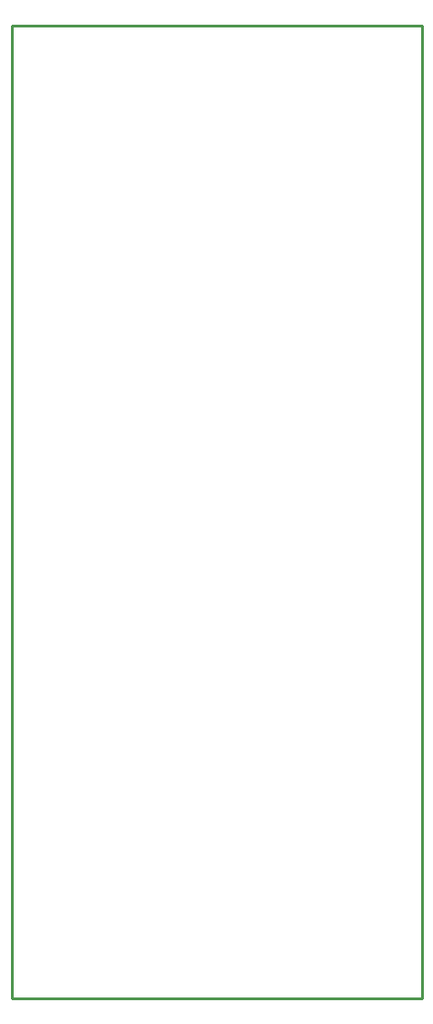
<source format=gko>
G04 Layer: BoardOutlineLayer*
G04 EasyEDA v6.5.40, 2024-02-04 04:02:13*
G04 e3b7e928b75e4f6ab1737eb406526b54,153482dac41149f1974aef67bcea995d,10*
G04 Gerber Generator version 0.2*
G04 Scale: 100 percent, Rotated: No, Reflected: No *
G04 Dimensions in millimeters *
G04 leading zeros omitted , absolute positions ,4 integer and 5 decimal *
%FSLAX45Y45*%
%MOMM*%

%ADD10C,0.2540*%
D10*
X0Y8999981D02*
G01*
X3799992Y8999981D01*
X3799992Y0D01*
X0Y0D01*
X0Y8999981D01*

%LPD*%
M02*

</source>
